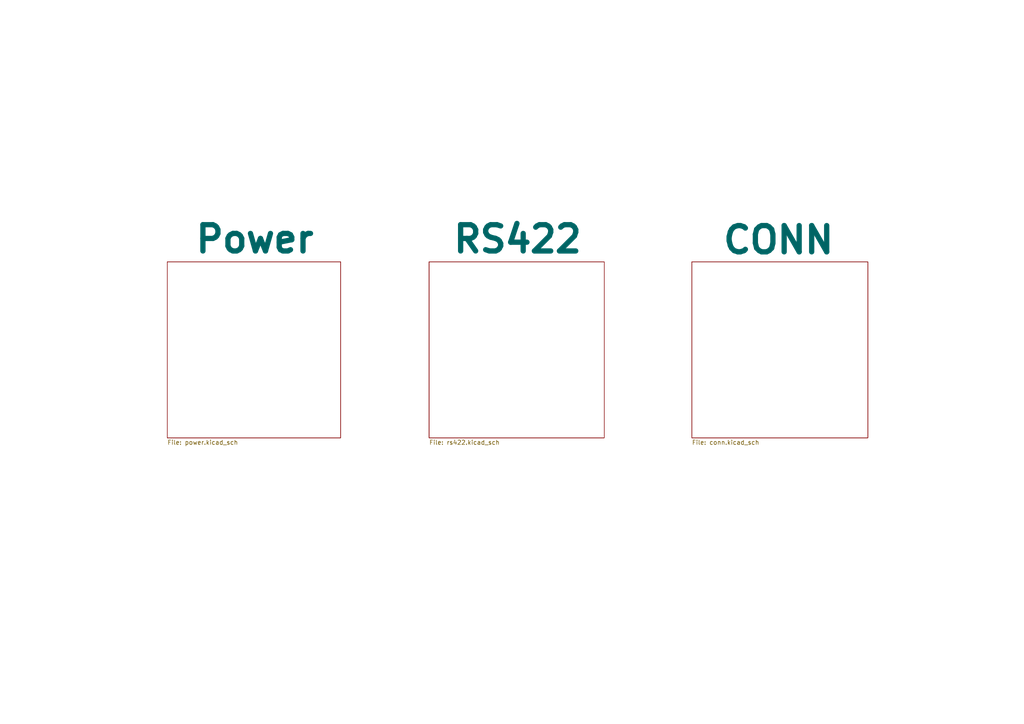
<source format=kicad_sch>
(kicad_sch (version 20230121) (generator eeschema)

  (uuid 0f80d380-865a-4d3e-97a4-ceb95fb0399b)

  (paper "A4")

  (title_block
    (title "M.E.S.S.I Basic")
    (date "2024-01-19")
    (rev "2")
    (company "Desert Shed Studio")
  )

  (lib_symbols
  )


  (sheet (at 200.66 75.946) (size 51.054 51.054)
    (stroke (width 0.1524) (type solid))
    (fill (color 0 0 0 0.0000))
    (uuid 3d8e968b-89f2-4b97-bdb7-4a5a9d698d2c)
    (property "Sheetname" "CONN" (at 225.806 69.596 0)
      (effects (font (size 7.62 7.62) bold))
    )
    (property "Sheetfile" "conn.kicad_sch" (at 200.66 127.5846 0)
      (effects (font (size 1.27 1.27)) (justify left top))
    )
    (instances
      (project "M.E.S.S.I Basic"
        (path "/0f80d380-865a-4d3e-97a4-ceb95fb0399b" (page "4"))
      )
    )
  )

  (sheet (at 124.46 75.946) (size 50.8 51.054)
    (stroke (width 0.1524) (type solid))
    (fill (color 0 0 0 0.0000))
    (uuid 3e8e4a49-026a-4f22-8f59-9c01b40dd0eb)
    (property "Sheetname" "RS422" (at 150.114 69.342 0)
      (effects (font (size 7.62 7.62) bold))
    )
    (property "Sheetfile" "rs422.kicad_sch" (at 124.46 127.5846 0)
      (effects (font (size 1.27 1.27)) (justify left top))
    )
    (instances
      (project "M.E.S.S.I Basic"
        (path "/0f80d380-865a-4d3e-97a4-ceb95fb0399b" (page "3"))
      )
    )
  )

  (sheet (at 48.514 75.946) (size 50.292 51.054)
    (stroke (width 0.1524) (type solid))
    (fill (color 0 0 0 0.0000))
    (uuid f2065de0-7868-4a13-844d-bbbd5698f264)
    (property "Sheetname" "Power" (at 73.914 69.342 0)
      (effects (font (size 7.62 7.62) bold))
    )
    (property "Sheetfile" "power.kicad_sch" (at 48.514 127.5846 0)
      (effects (font (size 1.27 1.27)) (justify left top))
    )
    (instances
      (project "M.E.S.S.I Basic"
        (path "/0f80d380-865a-4d3e-97a4-ceb95fb0399b" (page "2"))
      )
    )
  )

  (sheet_instances
    (path "/" (page "1"))
  )
)

</source>
